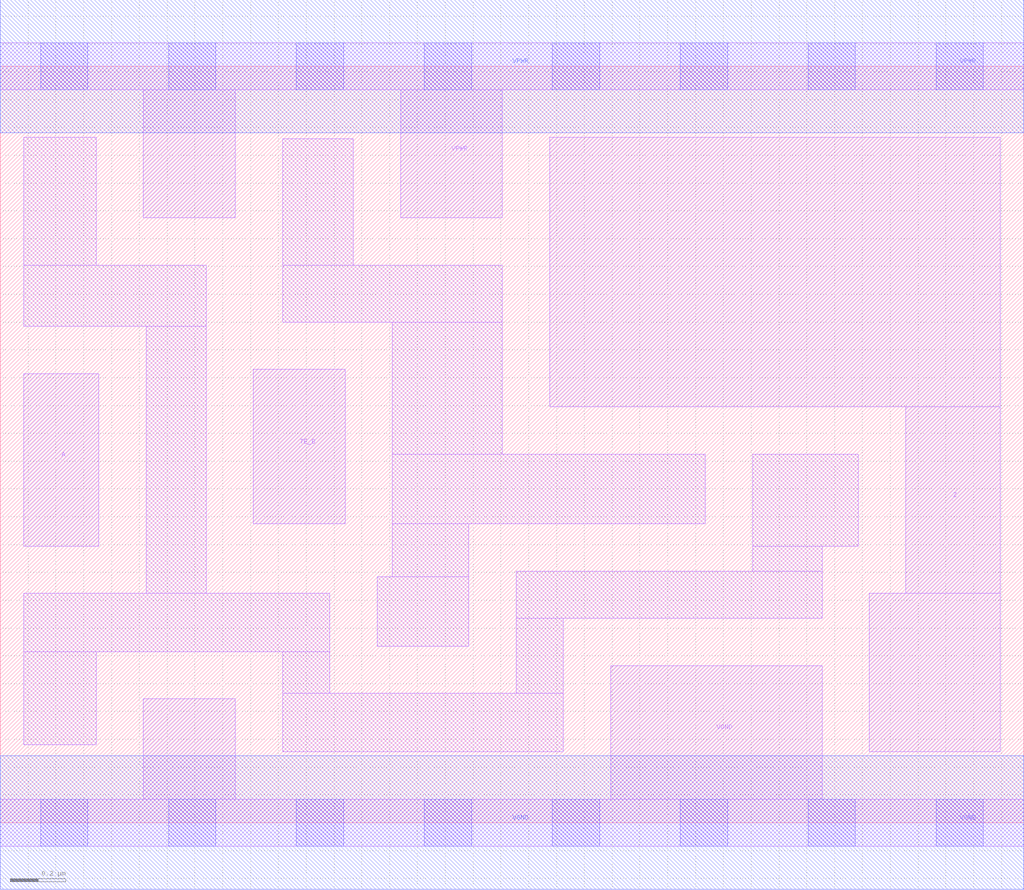
<source format=lef>
# Copyright 2020 The SkyWater PDK Authors
#
# Licensed under the Apache License, Version 2.0 (the "License");
# you may not use this file except in compliance with the License.
# You may obtain a copy of the License at
#
#     https://www.apache.org/licenses/LICENSE-2.0
#
# Unless required by applicable law or agreed to in writing, software
# distributed under the License is distributed on an "AS IS" BASIS,
# WITHOUT WARRANTIES OR CONDITIONS OF ANY KIND, either express or implied.
# See the License for the specific language governing permissions and
# limitations under the License.
#
# SPDX-License-Identifier: Apache-2.0

VERSION 5.7 ;
  NAMESCASESENSITIVE ON ;
  NOWIREEXTENSIONATPIN ON ;
  DIVIDERCHAR "/" ;
  BUSBITCHARS "[]" ;
UNITS
  DATABASE MICRONS 200 ;
END UNITS
MACRO sky130_fd_sc_hd__ebufn_1
  CLASS CORE ;
  SOURCE USER ;
  FOREIGN sky130_fd_sc_hd__ebufn_1 ;
  ORIGIN  0.000000  0.000000 ;
  SIZE  3.680000 BY  2.720000 ;
  SYMMETRY X Y R90 ;
  SITE unithd ;
  PIN A
    ANTENNAGATEAREA  0.159000 ;
    DIRECTION INPUT ;
    USE SIGNAL ;
    PORT
      LAYER li1 ;
        RECT 0.085000 0.995000 0.355000 1.615000 ;
    END
  END A
  PIN TE_B
    ANTENNAGATEAREA  0.309000 ;
    DIRECTION INPUT ;
    USE SIGNAL ;
    PORT
      LAYER li1 ;
        RECT 0.910000 1.075000 1.240000 1.630000 ;
    END
  END TE_B
  PIN Z
    ANTENNADIFFAREA  0.601000 ;
    DIRECTION OUTPUT ;
    USE SIGNAL ;
    PORT
      LAYER li1 ;
        RECT 1.975000 1.495000 3.595000 2.465000 ;
        RECT 3.125000 0.255000 3.595000 0.825000 ;
        RECT 3.255000 0.825000 3.595000 1.495000 ;
    END
  END Z
  PIN VGND
    DIRECTION INOUT ;
    SHAPE ABUTMENT ;
    USE GROUND ;
    PORT
      LAYER li1 ;
        RECT 0.000000 -0.085000 3.680000 0.085000 ;
        RECT 0.515000  0.085000 0.845000 0.445000 ;
        RECT 2.195000  0.085000 2.955000 0.565000 ;
      LAYER mcon ;
        RECT 0.145000 -0.085000 0.315000 0.085000 ;
        RECT 0.605000 -0.085000 0.775000 0.085000 ;
        RECT 1.065000 -0.085000 1.235000 0.085000 ;
        RECT 1.525000 -0.085000 1.695000 0.085000 ;
        RECT 1.985000 -0.085000 2.155000 0.085000 ;
        RECT 2.445000 -0.085000 2.615000 0.085000 ;
        RECT 2.905000 -0.085000 3.075000 0.085000 ;
        RECT 3.365000 -0.085000 3.535000 0.085000 ;
      LAYER met1 ;
        RECT 0.000000 -0.240000 3.680000 0.240000 ;
    END
  END VGND
  PIN VPWR
    DIRECTION INOUT ;
    SHAPE ABUTMENT ;
    USE POWER ;
    PORT
      LAYER li1 ;
        RECT 0.000000 2.635000 3.680000 2.805000 ;
        RECT 0.515000 2.175000 0.845000 2.635000 ;
        RECT 1.440000 2.175000 1.805000 2.635000 ;
      LAYER mcon ;
        RECT 0.145000 2.635000 0.315000 2.805000 ;
        RECT 0.605000 2.635000 0.775000 2.805000 ;
        RECT 1.065000 2.635000 1.235000 2.805000 ;
        RECT 1.525000 2.635000 1.695000 2.805000 ;
        RECT 1.985000 2.635000 2.155000 2.805000 ;
        RECT 2.445000 2.635000 2.615000 2.805000 ;
        RECT 2.905000 2.635000 3.075000 2.805000 ;
        RECT 3.365000 2.635000 3.535000 2.805000 ;
      LAYER met1 ;
        RECT 0.000000 2.480000 3.680000 2.960000 ;
    END
  END VPWR
  OBS
    LAYER li1 ;
      RECT 0.085000 0.280000 0.345000 0.615000 ;
      RECT 0.085000 0.615000 1.185000 0.825000 ;
      RECT 0.085000 1.785000 0.740000 2.005000 ;
      RECT 0.085000 2.005000 0.345000 2.465000 ;
      RECT 0.525000 0.825000 0.740000 1.785000 ;
      RECT 1.015000 0.255000 2.025000 0.465000 ;
      RECT 1.015000 0.465000 1.185000 0.615000 ;
      RECT 1.015000 1.800000 1.805000 2.005000 ;
      RECT 1.015000 2.005000 1.270000 2.460000 ;
      RECT 1.355000 0.635000 1.685000 0.885000 ;
      RECT 1.410000 0.885000 1.685000 1.075000 ;
      RECT 1.410000 1.075000 2.535000 1.325000 ;
      RECT 1.410000 1.325000 1.805000 1.800000 ;
      RECT 1.855000 0.465000 2.025000 0.735000 ;
      RECT 1.855000 0.735000 2.955000 0.905000 ;
      RECT 2.705000 0.905000 2.955000 0.995000 ;
      RECT 2.705000 0.995000 3.085000 1.325000 ;
  END
END sky130_fd_sc_hd__ebufn_1
END LIBRARY

</source>
